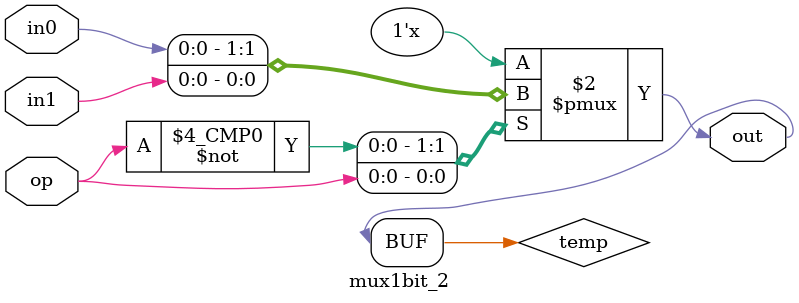
<source format=v>
`include "instr_def_h.v"
`include "cpuex_def_h.v"
module transMUX_rd(
    input [31:0] grfOut,
    input [31:0] M_aluResult,
    input [4:0] D_readReg,
    input M_RegWriteEn,
    input [4:0] M_writeReg,
    output [31:0] rightData
);
assign rightData = (M_writeReg != 0 && M_writeReg == D_readReg && M_RegWriteEn) ? M_aluResult : grfOut;
endmodule

module transMUX_aluSrc(
    input [31:0] rd,
    input [31:0] M_aluResult,
    input [31:0] W_writeData,
    input [4:0] E_readReg,
    input [4:0] M_writeReg,
    input [4:0] W_writeReg,
    input M_RegWriteEn,
    input W_RegWriteEn,
    output [31:0] rightData
);
// M 转发优先级最�
assign rightData = (M_writeReg != 0 && M_writeReg == E_readReg && M_RegWriteEn) ? (M_aluResult) :
                   (W_writeReg != 0 && W_writeReg == E_readReg && W_RegWriteEn) ? (W_writeData) :
                   (rd);
endmodule

module transMUX_memWriteData(
    input [31:0] M_rd2,
    input [31:0] W_writeData,
    input [4:0] M_readReg,
    input W_RegWriteEn,
    input [4:0] W_writeReg,
    output [31:0] rightData
);
assign rightData = (W_writeReg != 0 && W_writeReg == M_readReg && W_RegWriteEn) ? W_writeData : M_rd2;
endmodule


module mux32bit_2(
    input op,
    input [31:0] in0,
    input [31:0] in1,
    output [31:0] out
);
reg [31:0] temp;
assign out = temp;
always @(*) begin
    case (op) 
        0: temp = in0;
        1: temp = in1;
    endcase
end
endmodule

module mux32bit_8(
    input [2:0] op,
    input [31:0] in0,
    input [31:0] in1,
    input [31:0] in2,
    input [31:0] in3,
    input [31:0] in4,
    input [31:0] in5,
    input [31:0] in6,
    input [31:0] in7,
    output [31:0] out
);
reg [31:0] temp;
assign out = temp;
always @(*) begin
    case (op) 
        0: temp = in0;
        1: temp = in1;
        2: temp = in2;
        3: temp = in3;
        4: temp = in4;
        5: temp = in5;
        6: temp = in6;
        7: temp = in7;
    endcase
end
endmodule


module mux5bit_2(
    input op,
    input [4:0] in0,
    input [4:0] in1,
    output [4:0] out
);
reg [4:0] temp;
assign out = temp;
always @(*) begin
    case (op) 
        0: temp = in0;
        1: temp = in1;
    endcase
end
endmodule

module mux3bit_2(
    input op,
    input [2:0] in0,
    input [2:0] in1,
    output [2:0] out
);
reg [2:0] temp;
assign out = temp;
always @(*) begin
    case (op) 
        0: temp = in0;
        1: temp = in1;
    endcase
end
endmodule


module mux1bit_2(
    input op,
    input in0,
    input in1,
    output out
);
reg temp;
assign out = temp;
always @(*) begin
    case (op) 
        0: temp = in0;
        1: temp = in1;
    endcase
end
endmodule




</source>
